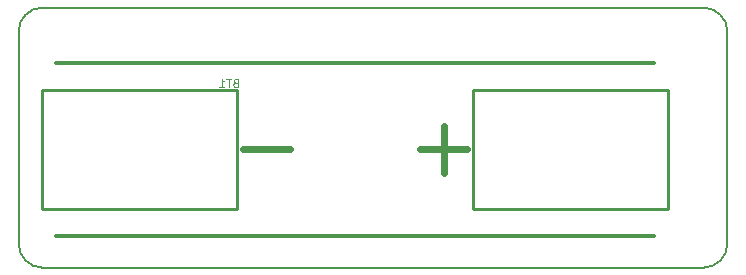
<source format=gbo>
%TF.GenerationSoftware,KiCad,Pcbnew,no-vcs-found-cd21218~61~ubuntu16.04.1*%
%TF.CreationDate,2017-11-10T15:22:47+05:30*%
%TF.ProjectId,snap_rev3,736E61705F726576332E6B696361645F,rev?*%
%TF.SameCoordinates,Original*%
%TF.FileFunction,Legend,Bot*%
%TF.FilePolarity,Positive*%
%FSLAX46Y46*%
G04 Gerber Fmt 4.6, Leading zero omitted, Abs format (unit mm)*
G04 Created by KiCad (PCBNEW no-vcs-found-cd21218~61~ubuntu16.04.1) date Fri Nov 10 15:22:47 2017*
%MOMM*%
%LPD*%
G01*
G04 APERTURE LIST*
%ADD10C,0.150000*%
%ADD11C,0.254000*%
%ADD12C,0.300000*%
%ADD13C,0.600000*%
%ADD14C,0.100000*%
G04 APERTURE END LIST*
D10*
X108000000Y-88000000D02*
G75*
G02X110000000Y-90000000I0J-2000000D01*
G01*
X52000000Y-110000000D02*
G75*
G02X50000000Y-108000000I0J2000000D01*
G01*
X50000000Y-90000000D02*
G75*
G02X52000000Y-88000000I2000000J0D01*
G01*
X110000000Y-108000000D02*
G75*
G02X108000000Y-110000000I-2000000J0D01*
G01*
X50000000Y-108000000D02*
X50000000Y-90000000D01*
X108000000Y-110000000D02*
X52000000Y-110000000D01*
X110000000Y-90000000D02*
X110000000Y-108000000D01*
X108000000Y-88000000D02*
X52000000Y-88000000D01*
D11*
%TO.C,BT1*%
X52000000Y-105000000D02*
X68500000Y-105000000D01*
X52000000Y-95000000D02*
X52000000Y-105000000D01*
X68500000Y-95000000D02*
X52000000Y-95000000D01*
X68500000Y-105000000D02*
X68500000Y-95000000D01*
X88500000Y-95000000D02*
X88500000Y-105000000D01*
X105000000Y-95000000D02*
X88500000Y-95000000D01*
X105000000Y-105000000D02*
X105000000Y-95000000D01*
X88500000Y-105000000D02*
X105000000Y-105000000D01*
D12*
X103800000Y-92700000D02*
X53200000Y-92700000D01*
X53200000Y-107300000D02*
X103800000Y-107300000D01*
D13*
X69000000Y-100000000D02*
X73000000Y-100000000D01*
X86000000Y-102000000D02*
X86000000Y-98000000D01*
X88000000Y-100000000D02*
X84000000Y-100000000D01*
%TD*%
%TO.C,BT1*%
D14*
X68350000Y-94350000D02*
X68250000Y-94383333D01*
X68216666Y-94416666D01*
X68183333Y-94483333D01*
X68183333Y-94583333D01*
X68216666Y-94650000D01*
X68250000Y-94683333D01*
X68316666Y-94716666D01*
X68583333Y-94716666D01*
X68583333Y-94016666D01*
X68350000Y-94016666D01*
X68283333Y-94050000D01*
X68250000Y-94083333D01*
X68216666Y-94150000D01*
X68216666Y-94216666D01*
X68250000Y-94283333D01*
X68283333Y-94316666D01*
X68350000Y-94350000D01*
X68583333Y-94350000D01*
X67983333Y-94016666D02*
X67583333Y-94016666D01*
X67783333Y-94716666D02*
X67783333Y-94016666D01*
X66983333Y-94716666D02*
X67383333Y-94716666D01*
X67183333Y-94716666D02*
X67183333Y-94016666D01*
X67250000Y-94116666D01*
X67316666Y-94183333D01*
X67383333Y-94216666D01*
%TD*%
M02*

</source>
